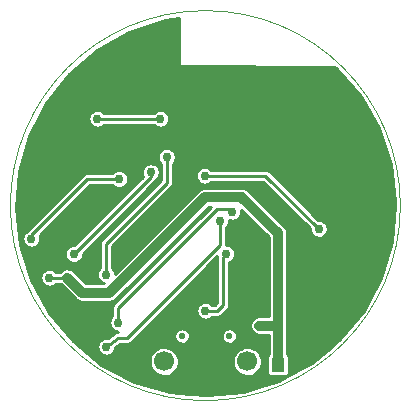
<source format=gbl>
G04 (created by PCBNEW (2013-07-07 BZR 4022)-stable) date 3/22/2015 8:37:17 PM*
%MOIN*%
G04 Gerber Fmt 3.4, Leading zero omitted, Abs format*
%FSLAX34Y34*%
G01*
G70*
G90*
G04 APERTURE LIST*
%ADD10C,0.00590551*%
%ADD11C,0.00393701*%
%ADD12R,0.0433071X0.0472441*%
%ADD13C,0.0669291*%
%ADD14C,0.0216535*%
%ADD15C,0.03*%
%ADD16C,0.01*%
%ADD17C,0.032*%
G04 APERTURE END LIST*
G54D10*
G54D11*
X84500Y-52000D02*
G75*
G03X84500Y-52000I-6500J0D01*
G74*
G01*
G54D12*
X80425Y-57300D03*
X81225Y-56875D03*
G54D13*
X76624Y-57195D03*
X79399Y-57195D03*
G54D14*
X77224Y-56348D03*
X78799Y-56348D03*
G54D15*
X74400Y-49100D03*
X76500Y-49100D03*
X78700Y-53600D03*
X78000Y-55500D03*
X76710Y-50380D03*
X74690Y-54300D03*
X74700Y-56700D03*
X78500Y-52500D03*
X81225Y-56150D03*
X83025Y-51585D03*
X83025Y-52290D03*
X83040Y-54945D03*
X82425Y-51585D03*
X74000Y-49600D03*
X73500Y-49600D03*
X74000Y-49200D03*
X76890Y-48540D03*
X76905Y-47925D03*
X77445Y-48570D03*
X76180Y-50890D03*
X73619Y-53613D03*
X72200Y-53100D03*
X75120Y-51110D03*
X79800Y-56000D03*
X72800Y-54400D03*
X75100Y-55900D03*
X78900Y-52200D03*
X77975Y-51000D03*
X81775Y-52775D03*
G54D16*
X76500Y-49100D02*
X74400Y-49100D01*
X78600Y-53700D02*
X78700Y-53600D01*
X78600Y-55300D02*
X78600Y-53700D01*
X78400Y-55500D02*
X78600Y-55300D01*
X78000Y-55500D02*
X78400Y-55500D01*
X76710Y-51240D02*
X76710Y-50380D01*
X74680Y-53270D02*
X76710Y-51240D01*
X74680Y-54290D02*
X74680Y-53270D01*
X74690Y-54300D02*
X74680Y-54290D01*
X74700Y-56700D02*
X75100Y-56400D01*
X75100Y-56400D02*
X75400Y-56400D01*
X75400Y-56400D02*
X78500Y-53300D01*
X78500Y-53300D02*
X78500Y-52500D01*
G54D17*
X81225Y-56875D02*
X81225Y-56150D01*
G54D16*
X83025Y-54930D02*
X83025Y-52290D01*
X83040Y-54945D02*
X83025Y-54930D01*
X76180Y-51052D02*
X76180Y-50890D01*
X73619Y-53613D02*
X76180Y-51052D01*
X72190Y-52990D02*
X72190Y-53090D01*
X72190Y-53090D02*
X72200Y-53100D01*
X74070Y-51110D02*
X75120Y-51110D01*
X72190Y-52990D02*
X74070Y-51110D01*
G54D17*
X80425Y-56000D02*
X79800Y-56000D01*
X79230Y-51720D02*
X79230Y-51730D01*
X79230Y-51720D02*
X77980Y-51720D01*
X73900Y-54900D02*
X73400Y-54400D01*
X74800Y-54900D02*
X73900Y-54900D01*
X77980Y-51720D02*
X74800Y-54900D01*
G54D16*
X73400Y-54400D02*
X72800Y-54400D01*
G54D17*
X80425Y-52925D02*
X80425Y-56000D01*
X80425Y-56000D02*
X80425Y-57300D01*
X79230Y-51730D02*
X80425Y-52925D01*
X80440Y-57285D02*
X80425Y-57300D01*
G54D16*
X78900Y-52100D02*
X78900Y-52200D01*
X78400Y-52100D02*
X78900Y-52100D01*
X75100Y-55400D02*
X78400Y-52100D01*
X75100Y-55400D02*
X75100Y-55900D01*
X80000Y-51000D02*
X77975Y-51000D01*
X81775Y-52775D02*
X80000Y-51000D01*
G54D10*
G36*
X84330Y-51992D02*
X84208Y-53229D01*
X83851Y-54411D01*
X83271Y-55502D01*
X82491Y-56459D01*
X82075Y-56804D01*
X82075Y-52745D01*
X82063Y-52687D01*
X82041Y-52633D01*
X82008Y-52584D01*
X81967Y-52542D01*
X81918Y-52509D01*
X81864Y-52487D01*
X81806Y-52475D01*
X81757Y-52474D01*
X80141Y-50858D01*
X80127Y-50846D01*
X80112Y-50834D01*
X80112Y-50834D01*
X80111Y-50833D01*
X80094Y-50825D01*
X80078Y-50816D01*
X80077Y-50815D01*
X80076Y-50815D01*
X80059Y-50809D01*
X80041Y-50804D01*
X80040Y-50804D01*
X80039Y-50803D01*
X80021Y-50802D01*
X80002Y-50800D01*
X80000Y-50800D01*
X80000Y-50800D01*
X80000Y-50800D01*
X80000Y-50800D01*
X78199Y-50800D01*
X78167Y-50767D01*
X78118Y-50734D01*
X78064Y-50712D01*
X78006Y-50700D01*
X77947Y-50699D01*
X77889Y-50710D01*
X77835Y-50732D01*
X77786Y-50765D01*
X77744Y-50806D01*
X77710Y-50854D01*
X77687Y-50908D01*
X77675Y-50966D01*
X77674Y-51025D01*
X77685Y-51083D01*
X77706Y-51137D01*
X77738Y-51187D01*
X77779Y-51229D01*
X77827Y-51263D01*
X77881Y-51286D01*
X77939Y-51299D01*
X77998Y-51300D01*
X78056Y-51290D01*
X78110Y-51269D01*
X78160Y-51237D01*
X78200Y-51200D01*
X79917Y-51200D01*
X81475Y-52758D01*
X81474Y-52800D01*
X81485Y-52858D01*
X81506Y-52912D01*
X81538Y-52962D01*
X81579Y-53004D01*
X81627Y-53038D01*
X81681Y-53061D01*
X81739Y-53074D01*
X81798Y-53075D01*
X81856Y-53065D01*
X81910Y-53044D01*
X81960Y-53012D01*
X82003Y-52971D01*
X82037Y-52923D01*
X82061Y-52870D01*
X82074Y-52812D01*
X82075Y-52745D01*
X82075Y-56804D01*
X81539Y-57247D01*
X80791Y-57651D01*
X80791Y-57522D01*
X80791Y-57049D01*
X80785Y-57020D01*
X80774Y-56993D01*
X80758Y-56968D01*
X80737Y-56947D01*
X80735Y-56945D01*
X80735Y-56000D01*
X80735Y-52925D01*
X80732Y-52896D01*
X80729Y-52867D01*
X80729Y-52866D01*
X80729Y-52864D01*
X80720Y-52837D01*
X80712Y-52809D01*
X80712Y-52808D01*
X80711Y-52806D01*
X80698Y-52781D01*
X80684Y-52756D01*
X80683Y-52754D01*
X80683Y-52753D01*
X80665Y-52731D01*
X80647Y-52708D01*
X80645Y-52706D01*
X80644Y-52706D01*
X80644Y-52706D01*
X80644Y-52705D01*
X79490Y-51551D01*
X79489Y-51550D01*
X79488Y-51549D01*
X79488Y-51548D01*
X79469Y-51525D01*
X79451Y-51503D01*
X79450Y-51502D01*
X79449Y-51501D01*
X79427Y-51482D01*
X79405Y-51464D01*
X79404Y-51463D01*
X79403Y-51462D01*
X79377Y-51449D01*
X79352Y-51435D01*
X79351Y-51434D01*
X79350Y-51434D01*
X79322Y-51425D01*
X79294Y-51416D01*
X79293Y-51416D01*
X79292Y-51416D01*
X79263Y-51413D01*
X79234Y-51410D01*
X79232Y-51410D01*
X79232Y-51410D01*
X79232Y-51410D01*
X79230Y-51410D01*
X77980Y-51410D01*
X77951Y-51412D01*
X77922Y-51415D01*
X77921Y-51415D01*
X77919Y-51415D01*
X77892Y-51424D01*
X77864Y-51432D01*
X77863Y-51432D01*
X77861Y-51433D01*
X77836Y-51446D01*
X77811Y-51460D01*
X77809Y-51461D01*
X77808Y-51461D01*
X77786Y-51479D01*
X77763Y-51497D01*
X77761Y-51499D01*
X77761Y-51500D01*
X77761Y-51500D01*
X77760Y-51500D01*
X74989Y-54271D01*
X74990Y-54270D01*
X74978Y-54212D01*
X74956Y-54158D01*
X74923Y-54109D01*
X74882Y-54067D01*
X74880Y-54066D01*
X74880Y-53352D01*
X76851Y-51381D01*
X76863Y-51367D01*
X76875Y-51352D01*
X76875Y-51352D01*
X76876Y-51351D01*
X76884Y-51335D01*
X76893Y-51318D01*
X76894Y-51317D01*
X76894Y-51316D01*
X76900Y-51299D01*
X76905Y-51281D01*
X76905Y-51280D01*
X76906Y-51279D01*
X76907Y-51261D01*
X76909Y-51242D01*
X76909Y-51240D01*
X76909Y-51240D01*
X76909Y-51240D01*
X76910Y-51240D01*
X76910Y-50603D01*
X76938Y-50576D01*
X76972Y-50528D01*
X76996Y-50475D01*
X77009Y-50417D01*
X77010Y-50350D01*
X76998Y-50292D01*
X76976Y-50238D01*
X76943Y-50189D01*
X76902Y-50147D01*
X76853Y-50114D01*
X76800Y-50092D01*
X76800Y-49070D01*
X76788Y-49012D01*
X76766Y-48958D01*
X76733Y-48909D01*
X76692Y-48867D01*
X76643Y-48834D01*
X76589Y-48812D01*
X76531Y-48800D01*
X76472Y-48799D01*
X76414Y-48810D01*
X76360Y-48832D01*
X76311Y-48865D01*
X76275Y-48900D01*
X74624Y-48900D01*
X74592Y-48867D01*
X74543Y-48834D01*
X74489Y-48812D01*
X74431Y-48800D01*
X74372Y-48799D01*
X74314Y-48810D01*
X74260Y-48832D01*
X74211Y-48865D01*
X74169Y-48906D01*
X74135Y-48954D01*
X74112Y-49008D01*
X74100Y-49066D01*
X74099Y-49125D01*
X74110Y-49183D01*
X74131Y-49237D01*
X74163Y-49287D01*
X74204Y-49329D01*
X74252Y-49363D01*
X74306Y-49386D01*
X74364Y-49399D01*
X74423Y-49400D01*
X74481Y-49390D01*
X74535Y-49369D01*
X74585Y-49337D01*
X74625Y-49300D01*
X76276Y-49300D01*
X76304Y-49329D01*
X76352Y-49363D01*
X76406Y-49386D01*
X76464Y-49399D01*
X76523Y-49400D01*
X76581Y-49390D01*
X76635Y-49369D01*
X76685Y-49337D01*
X76728Y-49296D01*
X76762Y-49248D01*
X76786Y-49195D01*
X76799Y-49137D01*
X76800Y-49070D01*
X76800Y-50092D01*
X76799Y-50092D01*
X76741Y-50080D01*
X76682Y-50079D01*
X76624Y-50090D01*
X76570Y-50112D01*
X76521Y-50145D01*
X76479Y-50186D01*
X76445Y-50234D01*
X76422Y-50288D01*
X76410Y-50346D01*
X76409Y-50405D01*
X76420Y-50463D01*
X76441Y-50517D01*
X76473Y-50567D01*
X76510Y-50604D01*
X76510Y-51157D01*
X76480Y-51187D01*
X76480Y-50860D01*
X76468Y-50802D01*
X76446Y-50748D01*
X76413Y-50699D01*
X76372Y-50657D01*
X76323Y-50624D01*
X76269Y-50602D01*
X76211Y-50590D01*
X76152Y-50589D01*
X76094Y-50600D01*
X76040Y-50622D01*
X75991Y-50655D01*
X75949Y-50696D01*
X75915Y-50744D01*
X75892Y-50798D01*
X75880Y-50856D01*
X75879Y-50915D01*
X75890Y-50973D01*
X75911Y-51027D01*
X75915Y-51033D01*
X75420Y-51529D01*
X75420Y-51080D01*
X75408Y-51022D01*
X75386Y-50968D01*
X75353Y-50919D01*
X75312Y-50877D01*
X75263Y-50844D01*
X75209Y-50822D01*
X75151Y-50810D01*
X75092Y-50809D01*
X75034Y-50820D01*
X74980Y-50842D01*
X74931Y-50875D01*
X74895Y-50910D01*
X74070Y-50910D01*
X74051Y-50911D01*
X74033Y-50913D01*
X74032Y-50913D01*
X74031Y-50913D01*
X74013Y-50919D01*
X73995Y-50924D01*
X73994Y-50924D01*
X73993Y-50925D01*
X73977Y-50933D01*
X73961Y-50942D01*
X73960Y-50942D01*
X73959Y-50943D01*
X73944Y-50955D01*
X73930Y-50966D01*
X73929Y-50968D01*
X73929Y-50968D01*
X73929Y-50968D01*
X73928Y-50968D01*
X72066Y-52830D01*
X72060Y-52832D01*
X72011Y-52865D01*
X71969Y-52906D01*
X71935Y-52954D01*
X71912Y-53008D01*
X71900Y-53066D01*
X71899Y-53125D01*
X71910Y-53183D01*
X71931Y-53237D01*
X71963Y-53287D01*
X72004Y-53329D01*
X72052Y-53363D01*
X72106Y-53386D01*
X72164Y-53399D01*
X72223Y-53400D01*
X72281Y-53390D01*
X72335Y-53369D01*
X72385Y-53337D01*
X72428Y-53296D01*
X72462Y-53248D01*
X72486Y-53195D01*
X72499Y-53137D01*
X72500Y-53070D01*
X72488Y-53012D01*
X72477Y-52985D01*
X74152Y-51310D01*
X74896Y-51310D01*
X74924Y-51339D01*
X74972Y-51373D01*
X75026Y-51396D01*
X75084Y-51409D01*
X75143Y-51410D01*
X75201Y-51400D01*
X75255Y-51379D01*
X75305Y-51347D01*
X75348Y-51306D01*
X75382Y-51258D01*
X75406Y-51205D01*
X75419Y-51147D01*
X75420Y-51080D01*
X75420Y-51529D01*
X73636Y-53313D01*
X73591Y-53312D01*
X73533Y-53323D01*
X73479Y-53345D01*
X73430Y-53378D01*
X73388Y-53419D01*
X73354Y-53467D01*
X73331Y-53521D01*
X73319Y-53579D01*
X73318Y-53638D01*
X73329Y-53696D01*
X73350Y-53750D01*
X73382Y-53800D01*
X73423Y-53842D01*
X73471Y-53876D01*
X73525Y-53899D01*
X73583Y-53912D01*
X73642Y-53913D01*
X73700Y-53903D01*
X73754Y-53882D01*
X73804Y-53850D01*
X73847Y-53809D01*
X73881Y-53761D01*
X73905Y-53708D01*
X73918Y-53650D01*
X73918Y-53596D01*
X76321Y-51193D01*
X76333Y-51179D01*
X76345Y-51164D01*
X76345Y-51164D01*
X76346Y-51163D01*
X76354Y-51146D01*
X76363Y-51130D01*
X76364Y-51129D01*
X76364Y-51128D01*
X76364Y-51127D01*
X76365Y-51127D01*
X76408Y-51086D01*
X76442Y-51038D01*
X76466Y-50985D01*
X76479Y-50927D01*
X76480Y-50860D01*
X76480Y-51187D01*
X74538Y-53128D01*
X74526Y-53142D01*
X74514Y-53157D01*
X74514Y-53157D01*
X74513Y-53158D01*
X74505Y-53175D01*
X74496Y-53191D01*
X74495Y-53192D01*
X74495Y-53193D01*
X74489Y-53210D01*
X74484Y-53228D01*
X74484Y-53229D01*
X74483Y-53230D01*
X74482Y-53248D01*
X74480Y-53267D01*
X74480Y-53269D01*
X74480Y-53269D01*
X74480Y-53269D01*
X74480Y-53270D01*
X74480Y-54085D01*
X74459Y-54106D01*
X74425Y-54154D01*
X74402Y-54208D01*
X74390Y-54266D01*
X74389Y-54325D01*
X74400Y-54383D01*
X74421Y-54437D01*
X74453Y-54487D01*
X74494Y-54529D01*
X74542Y-54563D01*
X74596Y-54586D01*
X74611Y-54590D01*
X74028Y-54590D01*
X73619Y-54180D01*
X73572Y-54142D01*
X73519Y-54113D01*
X73461Y-54096D01*
X73401Y-54090D01*
X73340Y-54095D01*
X73282Y-54112D01*
X73229Y-54141D01*
X73182Y-54179D01*
X73165Y-54200D01*
X73024Y-54200D01*
X72992Y-54167D01*
X72943Y-54134D01*
X72889Y-54112D01*
X72831Y-54100D01*
X72772Y-54099D01*
X72714Y-54110D01*
X72660Y-54132D01*
X72611Y-54165D01*
X72569Y-54206D01*
X72535Y-54254D01*
X72512Y-54308D01*
X72500Y-54366D01*
X72499Y-54425D01*
X72510Y-54483D01*
X72531Y-54537D01*
X72563Y-54587D01*
X72604Y-54629D01*
X72652Y-54663D01*
X72706Y-54686D01*
X72764Y-54699D01*
X72823Y-54700D01*
X72881Y-54690D01*
X72935Y-54669D01*
X72985Y-54637D01*
X73025Y-54600D01*
X73164Y-54600D01*
X73177Y-54616D01*
X73180Y-54619D01*
X73680Y-55119D01*
X73702Y-55137D01*
X73724Y-55155D01*
X73726Y-55156D01*
X73727Y-55157D01*
X73752Y-55171D01*
X73777Y-55184D01*
X73779Y-55185D01*
X73780Y-55186D01*
X73808Y-55194D01*
X73835Y-55203D01*
X73837Y-55203D01*
X73838Y-55203D01*
X73867Y-55206D01*
X73895Y-55209D01*
X73898Y-55209D01*
X73898Y-55209D01*
X73898Y-55209D01*
X73900Y-55210D01*
X74800Y-55210D01*
X74828Y-55207D01*
X74857Y-55204D01*
X74858Y-55204D01*
X74860Y-55204D01*
X74887Y-55195D01*
X74915Y-55187D01*
X74916Y-55187D01*
X74918Y-55186D01*
X74943Y-55173D01*
X74968Y-55159D01*
X74970Y-55158D01*
X74971Y-55158D01*
X74993Y-55140D01*
X75016Y-55122D01*
X75018Y-55120D01*
X75018Y-55119D01*
X75018Y-55119D01*
X75019Y-55119D01*
X78108Y-52030D01*
X78187Y-52030D01*
X74958Y-55258D01*
X74946Y-55272D01*
X74934Y-55287D01*
X74934Y-55287D01*
X74933Y-55288D01*
X74925Y-55305D01*
X74916Y-55321D01*
X74915Y-55322D01*
X74915Y-55323D01*
X74909Y-55340D01*
X74904Y-55358D01*
X74904Y-55359D01*
X74903Y-55360D01*
X74902Y-55378D01*
X74900Y-55397D01*
X74900Y-55399D01*
X74900Y-55399D01*
X74900Y-55399D01*
X74900Y-55400D01*
X74900Y-55675D01*
X74869Y-55706D01*
X74835Y-55754D01*
X74812Y-55808D01*
X74800Y-55866D01*
X74799Y-55925D01*
X74810Y-55983D01*
X74831Y-56037D01*
X74863Y-56087D01*
X74904Y-56129D01*
X74952Y-56163D01*
X75006Y-56186D01*
X75064Y-56199D01*
X75099Y-56200D01*
X75096Y-56200D01*
X75091Y-56199D01*
X75070Y-56202D01*
X75061Y-56203D01*
X75058Y-56204D01*
X75052Y-56205D01*
X75032Y-56212D01*
X75023Y-56215D01*
X75021Y-56216D01*
X75015Y-56218D01*
X74997Y-56229D01*
X74989Y-56233D01*
X74987Y-56235D01*
X74982Y-56238D01*
X74979Y-56239D01*
X74758Y-56405D01*
X74731Y-56400D01*
X74672Y-56399D01*
X74614Y-56410D01*
X74560Y-56432D01*
X74511Y-56465D01*
X74469Y-56506D01*
X74435Y-56554D01*
X74412Y-56608D01*
X74400Y-56666D01*
X74399Y-56725D01*
X74410Y-56783D01*
X74431Y-56837D01*
X74463Y-56887D01*
X74504Y-56929D01*
X74552Y-56963D01*
X74606Y-56986D01*
X74664Y-56999D01*
X74723Y-57000D01*
X74781Y-56990D01*
X74835Y-56969D01*
X74885Y-56937D01*
X74928Y-56896D01*
X74962Y-56848D01*
X74986Y-56795D01*
X74999Y-56737D01*
X74999Y-56725D01*
X75166Y-56600D01*
X75400Y-56600D01*
X75418Y-56598D01*
X75436Y-56596D01*
X75437Y-56596D01*
X75438Y-56596D01*
X75456Y-56590D01*
X75474Y-56585D01*
X75475Y-56585D01*
X75476Y-56584D01*
X75492Y-56576D01*
X75508Y-56567D01*
X75509Y-56567D01*
X75510Y-56566D01*
X75525Y-56554D01*
X75539Y-56543D01*
X75540Y-56541D01*
X75540Y-56541D01*
X75540Y-56541D01*
X75541Y-56541D01*
X78401Y-53681D01*
X78400Y-53697D01*
X78400Y-53699D01*
X78400Y-53699D01*
X78400Y-53699D01*
X78400Y-53700D01*
X78400Y-55217D01*
X78317Y-55300D01*
X78224Y-55300D01*
X78192Y-55267D01*
X78143Y-55234D01*
X78089Y-55212D01*
X78031Y-55200D01*
X77972Y-55199D01*
X77914Y-55210D01*
X77860Y-55232D01*
X77811Y-55265D01*
X77769Y-55306D01*
X77735Y-55354D01*
X77712Y-55408D01*
X77700Y-55466D01*
X77699Y-55525D01*
X77710Y-55583D01*
X77731Y-55637D01*
X77763Y-55687D01*
X77804Y-55729D01*
X77852Y-55763D01*
X77906Y-55786D01*
X77964Y-55799D01*
X78023Y-55800D01*
X78081Y-55790D01*
X78135Y-55769D01*
X78185Y-55737D01*
X78225Y-55700D01*
X78400Y-55700D01*
X78418Y-55698D01*
X78436Y-55696D01*
X78437Y-55696D01*
X78438Y-55696D01*
X78456Y-55690D01*
X78474Y-55685D01*
X78475Y-55685D01*
X78476Y-55684D01*
X78492Y-55676D01*
X78508Y-55667D01*
X78509Y-55667D01*
X78510Y-55666D01*
X78525Y-55654D01*
X78539Y-55643D01*
X78540Y-55641D01*
X78540Y-55641D01*
X78540Y-55641D01*
X78541Y-55641D01*
X78741Y-55441D01*
X78753Y-55427D01*
X78765Y-55412D01*
X78765Y-55412D01*
X78766Y-55411D01*
X78774Y-55394D01*
X78783Y-55378D01*
X78784Y-55377D01*
X78784Y-55376D01*
X78790Y-55359D01*
X78795Y-55341D01*
X78795Y-55340D01*
X78796Y-55339D01*
X78797Y-55321D01*
X78799Y-55302D01*
X78799Y-55300D01*
X78799Y-55300D01*
X78799Y-55300D01*
X78800Y-55300D01*
X78800Y-53883D01*
X78835Y-53869D01*
X78885Y-53837D01*
X78928Y-53796D01*
X78962Y-53748D01*
X78986Y-53695D01*
X78999Y-53637D01*
X79000Y-53570D01*
X78988Y-53512D01*
X78966Y-53458D01*
X78933Y-53409D01*
X78892Y-53367D01*
X78843Y-53334D01*
X78789Y-53312D01*
X78731Y-53300D01*
X78700Y-53299D01*
X78700Y-52723D01*
X78728Y-52696D01*
X78762Y-52648D01*
X78786Y-52595D01*
X78799Y-52537D01*
X78799Y-52483D01*
X78806Y-52486D01*
X78864Y-52499D01*
X78923Y-52500D01*
X78981Y-52490D01*
X79035Y-52469D01*
X79085Y-52437D01*
X79128Y-52396D01*
X79162Y-52348D01*
X79186Y-52295D01*
X79199Y-52237D01*
X79200Y-52170D01*
X79192Y-52130D01*
X80115Y-53053D01*
X80115Y-55690D01*
X79800Y-55690D01*
X79739Y-55695D01*
X79681Y-55713D01*
X79628Y-55741D01*
X79581Y-55780D01*
X79542Y-55826D01*
X79514Y-55879D01*
X79496Y-55937D01*
X79490Y-55997D01*
X79495Y-56058D01*
X79512Y-56116D01*
X79540Y-56169D01*
X79578Y-56216D01*
X79624Y-56255D01*
X79677Y-56284D01*
X79735Y-56303D01*
X79795Y-56309D01*
X79800Y-56310D01*
X80115Y-56310D01*
X80115Y-56945D01*
X80113Y-56946D01*
X80092Y-56967D01*
X80075Y-56992D01*
X80064Y-57019D01*
X80058Y-57048D01*
X80058Y-57077D01*
X80058Y-57550D01*
X80064Y-57579D01*
X80075Y-57606D01*
X80091Y-57631D01*
X80112Y-57652D01*
X80136Y-57668D01*
X80163Y-57680D01*
X80192Y-57686D01*
X80222Y-57686D01*
X80656Y-57686D01*
X80685Y-57680D01*
X80712Y-57669D01*
X80736Y-57653D01*
X80757Y-57632D01*
X80774Y-57607D01*
X80785Y-57580D01*
X80791Y-57551D01*
X80791Y-57522D01*
X80791Y-57651D01*
X80452Y-57834D01*
X79884Y-58010D01*
X79884Y-57147D01*
X79866Y-57054D01*
X79829Y-56966D01*
X79777Y-56887D01*
X79710Y-56820D01*
X79631Y-56766D01*
X79543Y-56730D01*
X79450Y-56711D01*
X79355Y-56710D01*
X79262Y-56728D01*
X79174Y-56763D01*
X79094Y-56815D01*
X79057Y-56852D01*
X79057Y-56323D01*
X79047Y-56273D01*
X79028Y-56227D01*
X79000Y-56184D01*
X78964Y-56148D01*
X78922Y-56120D01*
X78875Y-56100D01*
X78826Y-56090D01*
X78775Y-56090D01*
X78725Y-56099D01*
X78678Y-56118D01*
X78636Y-56146D01*
X78600Y-56182D01*
X78571Y-56223D01*
X78551Y-56270D01*
X78541Y-56319D01*
X78540Y-56370D01*
X78549Y-56420D01*
X78568Y-56467D01*
X78595Y-56510D01*
X78630Y-56546D01*
X78672Y-56575D01*
X78718Y-56595D01*
X78768Y-56606D01*
X78818Y-56607D01*
X78868Y-56598D01*
X78916Y-56580D01*
X78958Y-56553D01*
X78995Y-56518D01*
X79024Y-56477D01*
X79045Y-56430D01*
X79056Y-56381D01*
X79057Y-56323D01*
X79057Y-56852D01*
X79026Y-56882D01*
X78973Y-56960D01*
X78935Y-57048D01*
X78915Y-57141D01*
X78914Y-57236D01*
X78931Y-57329D01*
X78966Y-57417D01*
X79018Y-57497D01*
X79084Y-57566D01*
X79162Y-57620D01*
X79249Y-57658D01*
X79342Y-57678D01*
X79437Y-57680D01*
X79530Y-57664D01*
X79619Y-57630D01*
X79699Y-57579D01*
X79768Y-57513D01*
X79823Y-57435D01*
X79861Y-57349D01*
X79882Y-57256D01*
X79884Y-57147D01*
X79884Y-58010D01*
X79272Y-58200D01*
X78044Y-58329D01*
X77482Y-58278D01*
X77482Y-56323D01*
X77473Y-56273D01*
X77453Y-56227D01*
X77425Y-56184D01*
X77390Y-56148D01*
X77348Y-56120D01*
X77301Y-56100D01*
X77251Y-56090D01*
X77201Y-56090D01*
X77151Y-56099D01*
X77104Y-56118D01*
X77061Y-56146D01*
X77025Y-56182D01*
X76997Y-56223D01*
X76977Y-56270D01*
X76966Y-56319D01*
X76965Y-56370D01*
X76975Y-56420D01*
X76993Y-56467D01*
X77021Y-56510D01*
X77056Y-56546D01*
X77097Y-56575D01*
X77144Y-56595D01*
X77193Y-56606D01*
X77244Y-56607D01*
X77294Y-56598D01*
X77341Y-56580D01*
X77384Y-56553D01*
X77421Y-56518D01*
X77450Y-56477D01*
X77470Y-56430D01*
X77482Y-56381D01*
X77482Y-56323D01*
X77482Y-58278D01*
X77108Y-58244D01*
X77108Y-57147D01*
X77090Y-57054D01*
X77054Y-56966D01*
X77001Y-56887D01*
X76934Y-56820D01*
X76855Y-56766D01*
X76768Y-56730D01*
X76675Y-56711D01*
X76580Y-56710D01*
X76486Y-56728D01*
X76398Y-56763D01*
X76319Y-56815D01*
X76251Y-56882D01*
X76197Y-56960D01*
X76160Y-57048D01*
X76140Y-57141D01*
X76138Y-57236D01*
X76156Y-57329D01*
X76191Y-57417D01*
X76242Y-57497D01*
X76308Y-57566D01*
X76386Y-57620D01*
X76473Y-57658D01*
X76566Y-57678D01*
X76661Y-57680D01*
X76755Y-57664D01*
X76843Y-57630D01*
X76924Y-57579D01*
X76992Y-57513D01*
X77047Y-57435D01*
X77086Y-57349D01*
X77107Y-57256D01*
X77108Y-57147D01*
X77108Y-58244D01*
X76813Y-58217D01*
X75628Y-57868D01*
X74534Y-57296D01*
X73571Y-56522D01*
X72777Y-55575D01*
X72182Y-54493D01*
X71808Y-53315D01*
X71671Y-52088D01*
X71774Y-50857D01*
X72114Y-49669D01*
X72679Y-48571D01*
X73446Y-47603D01*
X74387Y-46802D01*
X75465Y-46199D01*
X76640Y-45818D01*
X77120Y-45761D01*
X77120Y-47359D01*
X82302Y-47367D01*
X82364Y-47416D01*
X83172Y-48351D01*
X83782Y-49425D01*
X84172Y-50597D01*
X84327Y-51830D01*
X84330Y-51992D01*
X84330Y-51992D01*
G37*
G54D16*
X84330Y-51992D02*
X84208Y-53229D01*
X83851Y-54411D01*
X83271Y-55502D01*
X82491Y-56459D01*
X82075Y-56804D01*
X82075Y-52745D01*
X82063Y-52687D01*
X82041Y-52633D01*
X82008Y-52584D01*
X81967Y-52542D01*
X81918Y-52509D01*
X81864Y-52487D01*
X81806Y-52475D01*
X81757Y-52474D01*
X80141Y-50858D01*
X80127Y-50846D01*
X80112Y-50834D01*
X80112Y-50834D01*
X80111Y-50833D01*
X80094Y-50825D01*
X80078Y-50816D01*
X80077Y-50815D01*
X80076Y-50815D01*
X80059Y-50809D01*
X80041Y-50804D01*
X80040Y-50804D01*
X80039Y-50803D01*
X80021Y-50802D01*
X80002Y-50800D01*
X80000Y-50800D01*
X80000Y-50800D01*
X80000Y-50800D01*
X80000Y-50800D01*
X78199Y-50800D01*
X78167Y-50767D01*
X78118Y-50734D01*
X78064Y-50712D01*
X78006Y-50700D01*
X77947Y-50699D01*
X77889Y-50710D01*
X77835Y-50732D01*
X77786Y-50765D01*
X77744Y-50806D01*
X77710Y-50854D01*
X77687Y-50908D01*
X77675Y-50966D01*
X77674Y-51025D01*
X77685Y-51083D01*
X77706Y-51137D01*
X77738Y-51187D01*
X77779Y-51229D01*
X77827Y-51263D01*
X77881Y-51286D01*
X77939Y-51299D01*
X77998Y-51300D01*
X78056Y-51290D01*
X78110Y-51269D01*
X78160Y-51237D01*
X78200Y-51200D01*
X79917Y-51200D01*
X81475Y-52758D01*
X81474Y-52800D01*
X81485Y-52858D01*
X81506Y-52912D01*
X81538Y-52962D01*
X81579Y-53004D01*
X81627Y-53038D01*
X81681Y-53061D01*
X81739Y-53074D01*
X81798Y-53075D01*
X81856Y-53065D01*
X81910Y-53044D01*
X81960Y-53012D01*
X82003Y-52971D01*
X82037Y-52923D01*
X82061Y-52870D01*
X82074Y-52812D01*
X82075Y-52745D01*
X82075Y-56804D01*
X81539Y-57247D01*
X80791Y-57651D01*
X80791Y-57522D01*
X80791Y-57049D01*
X80785Y-57020D01*
X80774Y-56993D01*
X80758Y-56968D01*
X80737Y-56947D01*
X80735Y-56945D01*
X80735Y-56000D01*
X80735Y-52925D01*
X80732Y-52896D01*
X80729Y-52867D01*
X80729Y-52866D01*
X80729Y-52864D01*
X80720Y-52837D01*
X80712Y-52809D01*
X80712Y-52808D01*
X80711Y-52806D01*
X80698Y-52781D01*
X80684Y-52756D01*
X80683Y-52754D01*
X80683Y-52753D01*
X80665Y-52731D01*
X80647Y-52708D01*
X80645Y-52706D01*
X80644Y-52706D01*
X80644Y-52706D01*
X80644Y-52705D01*
X79490Y-51551D01*
X79489Y-51550D01*
X79488Y-51549D01*
X79488Y-51548D01*
X79469Y-51525D01*
X79451Y-51503D01*
X79450Y-51502D01*
X79449Y-51501D01*
X79427Y-51482D01*
X79405Y-51464D01*
X79404Y-51463D01*
X79403Y-51462D01*
X79377Y-51449D01*
X79352Y-51435D01*
X79351Y-51434D01*
X79350Y-51434D01*
X79322Y-51425D01*
X79294Y-51416D01*
X79293Y-51416D01*
X79292Y-51416D01*
X79263Y-51413D01*
X79234Y-51410D01*
X79232Y-51410D01*
X79232Y-51410D01*
X79232Y-51410D01*
X79230Y-51410D01*
X77980Y-51410D01*
X77951Y-51412D01*
X77922Y-51415D01*
X77921Y-51415D01*
X77919Y-51415D01*
X77892Y-51424D01*
X77864Y-51432D01*
X77863Y-51432D01*
X77861Y-51433D01*
X77836Y-51446D01*
X77811Y-51460D01*
X77809Y-51461D01*
X77808Y-51461D01*
X77786Y-51479D01*
X77763Y-51497D01*
X77761Y-51499D01*
X77761Y-51500D01*
X77761Y-51500D01*
X77760Y-51500D01*
X74989Y-54271D01*
X74990Y-54270D01*
X74978Y-54212D01*
X74956Y-54158D01*
X74923Y-54109D01*
X74882Y-54067D01*
X74880Y-54066D01*
X74880Y-53352D01*
X76851Y-51381D01*
X76863Y-51367D01*
X76875Y-51352D01*
X76875Y-51352D01*
X76876Y-51351D01*
X76884Y-51335D01*
X76893Y-51318D01*
X76894Y-51317D01*
X76894Y-51316D01*
X76900Y-51299D01*
X76905Y-51281D01*
X76905Y-51280D01*
X76906Y-51279D01*
X76907Y-51261D01*
X76909Y-51242D01*
X76909Y-51240D01*
X76909Y-51240D01*
X76909Y-51240D01*
X76910Y-51240D01*
X76910Y-50603D01*
X76938Y-50576D01*
X76972Y-50528D01*
X76996Y-50475D01*
X77009Y-50417D01*
X77010Y-50350D01*
X76998Y-50292D01*
X76976Y-50238D01*
X76943Y-50189D01*
X76902Y-50147D01*
X76853Y-50114D01*
X76800Y-50092D01*
X76800Y-49070D01*
X76788Y-49012D01*
X76766Y-48958D01*
X76733Y-48909D01*
X76692Y-48867D01*
X76643Y-48834D01*
X76589Y-48812D01*
X76531Y-48800D01*
X76472Y-48799D01*
X76414Y-48810D01*
X76360Y-48832D01*
X76311Y-48865D01*
X76275Y-48900D01*
X74624Y-48900D01*
X74592Y-48867D01*
X74543Y-48834D01*
X74489Y-48812D01*
X74431Y-48800D01*
X74372Y-48799D01*
X74314Y-48810D01*
X74260Y-48832D01*
X74211Y-48865D01*
X74169Y-48906D01*
X74135Y-48954D01*
X74112Y-49008D01*
X74100Y-49066D01*
X74099Y-49125D01*
X74110Y-49183D01*
X74131Y-49237D01*
X74163Y-49287D01*
X74204Y-49329D01*
X74252Y-49363D01*
X74306Y-49386D01*
X74364Y-49399D01*
X74423Y-49400D01*
X74481Y-49390D01*
X74535Y-49369D01*
X74585Y-49337D01*
X74625Y-49300D01*
X76276Y-49300D01*
X76304Y-49329D01*
X76352Y-49363D01*
X76406Y-49386D01*
X76464Y-49399D01*
X76523Y-49400D01*
X76581Y-49390D01*
X76635Y-49369D01*
X76685Y-49337D01*
X76728Y-49296D01*
X76762Y-49248D01*
X76786Y-49195D01*
X76799Y-49137D01*
X76800Y-49070D01*
X76800Y-50092D01*
X76799Y-50092D01*
X76741Y-50080D01*
X76682Y-50079D01*
X76624Y-50090D01*
X76570Y-50112D01*
X76521Y-50145D01*
X76479Y-50186D01*
X76445Y-50234D01*
X76422Y-50288D01*
X76410Y-50346D01*
X76409Y-50405D01*
X76420Y-50463D01*
X76441Y-50517D01*
X76473Y-50567D01*
X76510Y-50604D01*
X76510Y-51157D01*
X76480Y-51187D01*
X76480Y-50860D01*
X76468Y-50802D01*
X76446Y-50748D01*
X76413Y-50699D01*
X76372Y-50657D01*
X76323Y-50624D01*
X76269Y-50602D01*
X76211Y-50590D01*
X76152Y-50589D01*
X76094Y-50600D01*
X76040Y-50622D01*
X75991Y-50655D01*
X75949Y-50696D01*
X75915Y-50744D01*
X75892Y-50798D01*
X75880Y-50856D01*
X75879Y-50915D01*
X75890Y-50973D01*
X75911Y-51027D01*
X75915Y-51033D01*
X75420Y-51529D01*
X75420Y-51080D01*
X75408Y-51022D01*
X75386Y-50968D01*
X75353Y-50919D01*
X75312Y-50877D01*
X75263Y-50844D01*
X75209Y-50822D01*
X75151Y-50810D01*
X75092Y-50809D01*
X75034Y-50820D01*
X74980Y-50842D01*
X74931Y-50875D01*
X74895Y-50910D01*
X74070Y-50910D01*
X74051Y-50911D01*
X74033Y-50913D01*
X74032Y-50913D01*
X74031Y-50913D01*
X74013Y-50919D01*
X73995Y-50924D01*
X73994Y-50924D01*
X73993Y-50925D01*
X73977Y-50933D01*
X73961Y-50942D01*
X73960Y-50942D01*
X73959Y-50943D01*
X73944Y-50955D01*
X73930Y-50966D01*
X73929Y-50968D01*
X73929Y-50968D01*
X73929Y-50968D01*
X73928Y-50968D01*
X72066Y-52830D01*
X72060Y-52832D01*
X72011Y-52865D01*
X71969Y-52906D01*
X71935Y-52954D01*
X71912Y-53008D01*
X71900Y-53066D01*
X71899Y-53125D01*
X71910Y-53183D01*
X71931Y-53237D01*
X71963Y-53287D01*
X72004Y-53329D01*
X72052Y-53363D01*
X72106Y-53386D01*
X72164Y-53399D01*
X72223Y-53400D01*
X72281Y-53390D01*
X72335Y-53369D01*
X72385Y-53337D01*
X72428Y-53296D01*
X72462Y-53248D01*
X72486Y-53195D01*
X72499Y-53137D01*
X72500Y-53070D01*
X72488Y-53012D01*
X72477Y-52985D01*
X74152Y-51310D01*
X74896Y-51310D01*
X74924Y-51339D01*
X74972Y-51373D01*
X75026Y-51396D01*
X75084Y-51409D01*
X75143Y-51410D01*
X75201Y-51400D01*
X75255Y-51379D01*
X75305Y-51347D01*
X75348Y-51306D01*
X75382Y-51258D01*
X75406Y-51205D01*
X75419Y-51147D01*
X75420Y-51080D01*
X75420Y-51529D01*
X73636Y-53313D01*
X73591Y-53312D01*
X73533Y-53323D01*
X73479Y-53345D01*
X73430Y-53378D01*
X73388Y-53419D01*
X73354Y-53467D01*
X73331Y-53521D01*
X73319Y-53579D01*
X73318Y-53638D01*
X73329Y-53696D01*
X73350Y-53750D01*
X73382Y-53800D01*
X73423Y-53842D01*
X73471Y-53876D01*
X73525Y-53899D01*
X73583Y-53912D01*
X73642Y-53913D01*
X73700Y-53903D01*
X73754Y-53882D01*
X73804Y-53850D01*
X73847Y-53809D01*
X73881Y-53761D01*
X73905Y-53708D01*
X73918Y-53650D01*
X73918Y-53596D01*
X76321Y-51193D01*
X76333Y-51179D01*
X76345Y-51164D01*
X76345Y-51164D01*
X76346Y-51163D01*
X76354Y-51146D01*
X76363Y-51130D01*
X76364Y-51129D01*
X76364Y-51128D01*
X76364Y-51127D01*
X76365Y-51127D01*
X76408Y-51086D01*
X76442Y-51038D01*
X76466Y-50985D01*
X76479Y-50927D01*
X76480Y-50860D01*
X76480Y-51187D01*
X74538Y-53128D01*
X74526Y-53142D01*
X74514Y-53157D01*
X74514Y-53157D01*
X74513Y-53158D01*
X74505Y-53175D01*
X74496Y-53191D01*
X74495Y-53192D01*
X74495Y-53193D01*
X74489Y-53210D01*
X74484Y-53228D01*
X74484Y-53229D01*
X74483Y-53230D01*
X74482Y-53248D01*
X74480Y-53267D01*
X74480Y-53269D01*
X74480Y-53269D01*
X74480Y-53269D01*
X74480Y-53270D01*
X74480Y-54085D01*
X74459Y-54106D01*
X74425Y-54154D01*
X74402Y-54208D01*
X74390Y-54266D01*
X74389Y-54325D01*
X74400Y-54383D01*
X74421Y-54437D01*
X74453Y-54487D01*
X74494Y-54529D01*
X74542Y-54563D01*
X74596Y-54586D01*
X74611Y-54590D01*
X74028Y-54590D01*
X73619Y-54180D01*
X73572Y-54142D01*
X73519Y-54113D01*
X73461Y-54096D01*
X73401Y-54090D01*
X73340Y-54095D01*
X73282Y-54112D01*
X73229Y-54141D01*
X73182Y-54179D01*
X73165Y-54200D01*
X73024Y-54200D01*
X72992Y-54167D01*
X72943Y-54134D01*
X72889Y-54112D01*
X72831Y-54100D01*
X72772Y-54099D01*
X72714Y-54110D01*
X72660Y-54132D01*
X72611Y-54165D01*
X72569Y-54206D01*
X72535Y-54254D01*
X72512Y-54308D01*
X72500Y-54366D01*
X72499Y-54425D01*
X72510Y-54483D01*
X72531Y-54537D01*
X72563Y-54587D01*
X72604Y-54629D01*
X72652Y-54663D01*
X72706Y-54686D01*
X72764Y-54699D01*
X72823Y-54700D01*
X72881Y-54690D01*
X72935Y-54669D01*
X72985Y-54637D01*
X73025Y-54600D01*
X73164Y-54600D01*
X73177Y-54616D01*
X73180Y-54619D01*
X73680Y-55119D01*
X73702Y-55137D01*
X73724Y-55155D01*
X73726Y-55156D01*
X73727Y-55157D01*
X73752Y-55171D01*
X73777Y-55184D01*
X73779Y-55185D01*
X73780Y-55186D01*
X73808Y-55194D01*
X73835Y-55203D01*
X73837Y-55203D01*
X73838Y-55203D01*
X73867Y-55206D01*
X73895Y-55209D01*
X73898Y-55209D01*
X73898Y-55209D01*
X73898Y-55209D01*
X73900Y-55210D01*
X74800Y-55210D01*
X74828Y-55207D01*
X74857Y-55204D01*
X74858Y-55204D01*
X74860Y-55204D01*
X74887Y-55195D01*
X74915Y-55187D01*
X74916Y-55187D01*
X74918Y-55186D01*
X74943Y-55173D01*
X74968Y-55159D01*
X74970Y-55158D01*
X74971Y-55158D01*
X74993Y-55140D01*
X75016Y-55122D01*
X75018Y-55120D01*
X75018Y-55119D01*
X75018Y-55119D01*
X75019Y-55119D01*
X78108Y-52030D01*
X78187Y-52030D01*
X74958Y-55258D01*
X74946Y-55272D01*
X74934Y-55287D01*
X74934Y-55287D01*
X74933Y-55288D01*
X74925Y-55305D01*
X74916Y-55321D01*
X74915Y-55322D01*
X74915Y-55323D01*
X74909Y-55340D01*
X74904Y-55358D01*
X74904Y-55359D01*
X74903Y-55360D01*
X74902Y-55378D01*
X74900Y-55397D01*
X74900Y-55399D01*
X74900Y-55399D01*
X74900Y-55399D01*
X74900Y-55400D01*
X74900Y-55675D01*
X74869Y-55706D01*
X74835Y-55754D01*
X74812Y-55808D01*
X74800Y-55866D01*
X74799Y-55925D01*
X74810Y-55983D01*
X74831Y-56037D01*
X74863Y-56087D01*
X74904Y-56129D01*
X74952Y-56163D01*
X75006Y-56186D01*
X75064Y-56199D01*
X75099Y-56200D01*
X75096Y-56200D01*
X75091Y-56199D01*
X75070Y-56202D01*
X75061Y-56203D01*
X75058Y-56204D01*
X75052Y-56205D01*
X75032Y-56212D01*
X75023Y-56215D01*
X75021Y-56216D01*
X75015Y-56218D01*
X74997Y-56229D01*
X74989Y-56233D01*
X74987Y-56235D01*
X74982Y-56238D01*
X74979Y-56239D01*
X74758Y-56405D01*
X74731Y-56400D01*
X74672Y-56399D01*
X74614Y-56410D01*
X74560Y-56432D01*
X74511Y-56465D01*
X74469Y-56506D01*
X74435Y-56554D01*
X74412Y-56608D01*
X74400Y-56666D01*
X74399Y-56725D01*
X74410Y-56783D01*
X74431Y-56837D01*
X74463Y-56887D01*
X74504Y-56929D01*
X74552Y-56963D01*
X74606Y-56986D01*
X74664Y-56999D01*
X74723Y-57000D01*
X74781Y-56990D01*
X74835Y-56969D01*
X74885Y-56937D01*
X74928Y-56896D01*
X74962Y-56848D01*
X74986Y-56795D01*
X74999Y-56737D01*
X74999Y-56725D01*
X75166Y-56600D01*
X75400Y-56600D01*
X75418Y-56598D01*
X75436Y-56596D01*
X75437Y-56596D01*
X75438Y-56596D01*
X75456Y-56590D01*
X75474Y-56585D01*
X75475Y-56585D01*
X75476Y-56584D01*
X75492Y-56576D01*
X75508Y-56567D01*
X75509Y-56567D01*
X75510Y-56566D01*
X75525Y-56554D01*
X75539Y-56543D01*
X75540Y-56541D01*
X75540Y-56541D01*
X75540Y-56541D01*
X75541Y-56541D01*
X78401Y-53681D01*
X78400Y-53697D01*
X78400Y-53699D01*
X78400Y-53699D01*
X78400Y-53699D01*
X78400Y-53700D01*
X78400Y-55217D01*
X78317Y-55300D01*
X78224Y-55300D01*
X78192Y-55267D01*
X78143Y-55234D01*
X78089Y-55212D01*
X78031Y-55200D01*
X77972Y-55199D01*
X77914Y-55210D01*
X77860Y-55232D01*
X77811Y-55265D01*
X77769Y-55306D01*
X77735Y-55354D01*
X77712Y-55408D01*
X77700Y-55466D01*
X77699Y-55525D01*
X77710Y-55583D01*
X77731Y-55637D01*
X77763Y-55687D01*
X77804Y-55729D01*
X77852Y-55763D01*
X77906Y-55786D01*
X77964Y-55799D01*
X78023Y-55800D01*
X78081Y-55790D01*
X78135Y-55769D01*
X78185Y-55737D01*
X78225Y-55700D01*
X78400Y-55700D01*
X78418Y-55698D01*
X78436Y-55696D01*
X78437Y-55696D01*
X78438Y-55696D01*
X78456Y-55690D01*
X78474Y-55685D01*
X78475Y-55685D01*
X78476Y-55684D01*
X78492Y-55676D01*
X78508Y-55667D01*
X78509Y-55667D01*
X78510Y-55666D01*
X78525Y-55654D01*
X78539Y-55643D01*
X78540Y-55641D01*
X78540Y-55641D01*
X78540Y-55641D01*
X78541Y-55641D01*
X78741Y-55441D01*
X78753Y-55427D01*
X78765Y-55412D01*
X78765Y-55412D01*
X78766Y-55411D01*
X78774Y-55394D01*
X78783Y-55378D01*
X78784Y-55377D01*
X78784Y-55376D01*
X78790Y-55359D01*
X78795Y-55341D01*
X78795Y-55340D01*
X78796Y-55339D01*
X78797Y-55321D01*
X78799Y-55302D01*
X78799Y-55300D01*
X78799Y-55300D01*
X78799Y-55300D01*
X78800Y-55300D01*
X78800Y-53883D01*
X78835Y-53869D01*
X78885Y-53837D01*
X78928Y-53796D01*
X78962Y-53748D01*
X78986Y-53695D01*
X78999Y-53637D01*
X79000Y-53570D01*
X78988Y-53512D01*
X78966Y-53458D01*
X78933Y-53409D01*
X78892Y-53367D01*
X78843Y-53334D01*
X78789Y-53312D01*
X78731Y-53300D01*
X78700Y-53299D01*
X78700Y-52723D01*
X78728Y-52696D01*
X78762Y-52648D01*
X78786Y-52595D01*
X78799Y-52537D01*
X78799Y-52483D01*
X78806Y-52486D01*
X78864Y-52499D01*
X78923Y-52500D01*
X78981Y-52490D01*
X79035Y-52469D01*
X79085Y-52437D01*
X79128Y-52396D01*
X79162Y-52348D01*
X79186Y-52295D01*
X79199Y-52237D01*
X79200Y-52170D01*
X79192Y-52130D01*
X80115Y-53053D01*
X80115Y-55690D01*
X79800Y-55690D01*
X79739Y-55695D01*
X79681Y-55713D01*
X79628Y-55741D01*
X79581Y-55780D01*
X79542Y-55826D01*
X79514Y-55879D01*
X79496Y-55937D01*
X79490Y-55997D01*
X79495Y-56058D01*
X79512Y-56116D01*
X79540Y-56169D01*
X79578Y-56216D01*
X79624Y-56255D01*
X79677Y-56284D01*
X79735Y-56303D01*
X79795Y-56309D01*
X79800Y-56310D01*
X80115Y-56310D01*
X80115Y-56945D01*
X80113Y-56946D01*
X80092Y-56967D01*
X80075Y-56992D01*
X80064Y-57019D01*
X80058Y-57048D01*
X80058Y-57077D01*
X80058Y-57550D01*
X80064Y-57579D01*
X80075Y-57606D01*
X80091Y-57631D01*
X80112Y-57652D01*
X80136Y-57668D01*
X80163Y-57680D01*
X80192Y-57686D01*
X80222Y-57686D01*
X80656Y-57686D01*
X80685Y-57680D01*
X80712Y-57669D01*
X80736Y-57653D01*
X80757Y-57632D01*
X80774Y-57607D01*
X80785Y-57580D01*
X80791Y-57551D01*
X80791Y-57522D01*
X80791Y-57651D01*
X80452Y-57834D01*
X79884Y-58010D01*
X79884Y-57147D01*
X79866Y-57054D01*
X79829Y-56966D01*
X79777Y-56887D01*
X79710Y-56820D01*
X79631Y-56766D01*
X79543Y-56730D01*
X79450Y-56711D01*
X79355Y-56710D01*
X79262Y-56728D01*
X79174Y-56763D01*
X79094Y-56815D01*
X79057Y-56852D01*
X79057Y-56323D01*
X79047Y-56273D01*
X79028Y-56227D01*
X79000Y-56184D01*
X78964Y-56148D01*
X78922Y-56120D01*
X78875Y-56100D01*
X78826Y-56090D01*
X78775Y-56090D01*
X78725Y-56099D01*
X78678Y-56118D01*
X78636Y-56146D01*
X78600Y-56182D01*
X78571Y-56223D01*
X78551Y-56270D01*
X78541Y-56319D01*
X78540Y-56370D01*
X78549Y-56420D01*
X78568Y-56467D01*
X78595Y-56510D01*
X78630Y-56546D01*
X78672Y-56575D01*
X78718Y-56595D01*
X78768Y-56606D01*
X78818Y-56607D01*
X78868Y-56598D01*
X78916Y-56580D01*
X78958Y-56553D01*
X78995Y-56518D01*
X79024Y-56477D01*
X79045Y-56430D01*
X79056Y-56381D01*
X79057Y-56323D01*
X79057Y-56852D01*
X79026Y-56882D01*
X78973Y-56960D01*
X78935Y-57048D01*
X78915Y-57141D01*
X78914Y-57236D01*
X78931Y-57329D01*
X78966Y-57417D01*
X79018Y-57497D01*
X79084Y-57566D01*
X79162Y-57620D01*
X79249Y-57658D01*
X79342Y-57678D01*
X79437Y-57680D01*
X79530Y-57664D01*
X79619Y-57630D01*
X79699Y-57579D01*
X79768Y-57513D01*
X79823Y-57435D01*
X79861Y-57349D01*
X79882Y-57256D01*
X79884Y-57147D01*
X79884Y-58010D01*
X79272Y-58200D01*
X78044Y-58329D01*
X77482Y-58278D01*
X77482Y-56323D01*
X77473Y-56273D01*
X77453Y-56227D01*
X77425Y-56184D01*
X77390Y-56148D01*
X77348Y-56120D01*
X77301Y-56100D01*
X77251Y-56090D01*
X77201Y-56090D01*
X77151Y-56099D01*
X77104Y-56118D01*
X77061Y-56146D01*
X77025Y-56182D01*
X76997Y-56223D01*
X76977Y-56270D01*
X76966Y-56319D01*
X76965Y-56370D01*
X76975Y-56420D01*
X76993Y-56467D01*
X77021Y-56510D01*
X77056Y-56546D01*
X77097Y-56575D01*
X77144Y-56595D01*
X77193Y-56606D01*
X77244Y-56607D01*
X77294Y-56598D01*
X77341Y-56580D01*
X77384Y-56553D01*
X77421Y-56518D01*
X77450Y-56477D01*
X77470Y-56430D01*
X77482Y-56381D01*
X77482Y-56323D01*
X77482Y-58278D01*
X77108Y-58244D01*
X77108Y-57147D01*
X77090Y-57054D01*
X77054Y-56966D01*
X77001Y-56887D01*
X76934Y-56820D01*
X76855Y-56766D01*
X76768Y-56730D01*
X76675Y-56711D01*
X76580Y-56710D01*
X76486Y-56728D01*
X76398Y-56763D01*
X76319Y-56815D01*
X76251Y-56882D01*
X76197Y-56960D01*
X76160Y-57048D01*
X76140Y-57141D01*
X76138Y-57236D01*
X76156Y-57329D01*
X76191Y-57417D01*
X76242Y-57497D01*
X76308Y-57566D01*
X76386Y-57620D01*
X76473Y-57658D01*
X76566Y-57678D01*
X76661Y-57680D01*
X76755Y-57664D01*
X76843Y-57630D01*
X76924Y-57579D01*
X76992Y-57513D01*
X77047Y-57435D01*
X77086Y-57349D01*
X77107Y-57256D01*
X77108Y-57147D01*
X77108Y-58244D01*
X76813Y-58217D01*
X75628Y-57868D01*
X74534Y-57296D01*
X73571Y-56522D01*
X72777Y-55575D01*
X72182Y-54493D01*
X71808Y-53315D01*
X71671Y-52088D01*
X71774Y-50857D01*
X72114Y-49669D01*
X72679Y-48571D01*
X73446Y-47603D01*
X74387Y-46802D01*
X75465Y-46199D01*
X76640Y-45818D01*
X77120Y-45761D01*
X77120Y-47359D01*
X82302Y-47367D01*
X82364Y-47416D01*
X83172Y-48351D01*
X83782Y-49425D01*
X84172Y-50597D01*
X84327Y-51830D01*
X84330Y-51992D01*
M02*

</source>
